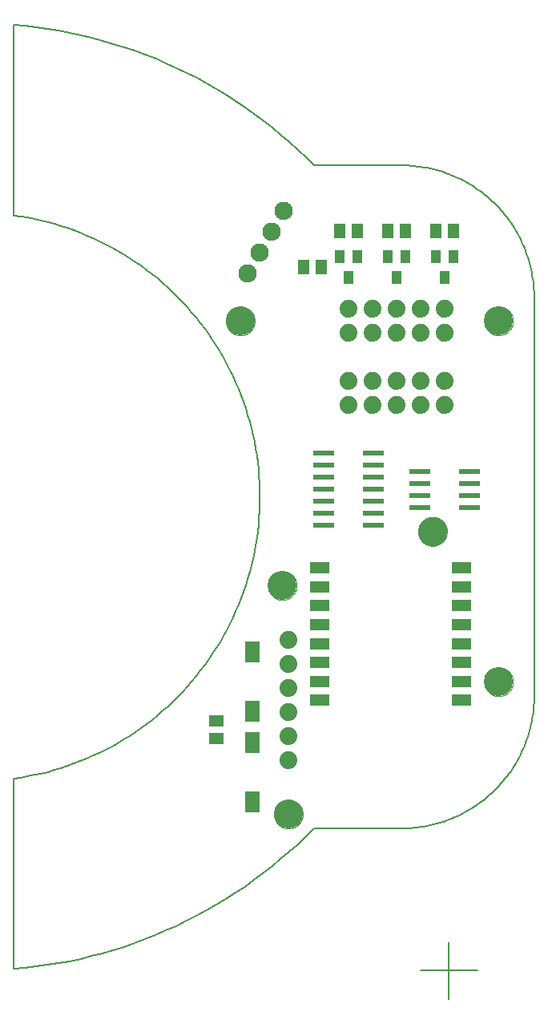
<source format=gts>
G75*
%MOIN*%
%OFA0B0*%
%FSLAX25Y25*%
%IPPOS*%
%LPD*%
%AMOC8*
5,1,8,0,0,1.08239X$1,22.5*
%
%ADD10C,0.00600*%
%ADD11C,0.00000*%
%ADD12C,0.12000*%
%ADD13C,0.07400*%
%ADD14R,0.03937X0.05512*%
%ADD15R,0.05118X0.05906*%
%ADD16R,0.08661X0.02362*%
%ADD17C,0.07600*%
%ADD18R,0.07874X0.04724*%
%ADD19R,0.06299X0.09055*%
%ADD20R,0.05906X0.05118*%
D10*
X0001300Y0013742D02*
X0001300Y0092906D01*
X0001300Y0013742D02*
X0005974Y0014173D01*
X0010636Y0014716D01*
X0015284Y0015369D01*
X0019914Y0016133D01*
X0024526Y0017008D01*
X0029115Y0017992D01*
X0033680Y0019085D01*
X0038217Y0020287D01*
X0042724Y0021596D01*
X0047198Y0023013D01*
X0051638Y0024536D01*
X0056040Y0026164D01*
X0060402Y0027897D01*
X0064721Y0029733D01*
X0068996Y0031672D01*
X0073223Y0033712D01*
X0077400Y0035852D01*
X0081525Y0038091D01*
X0085595Y0040428D01*
X0089609Y0042862D01*
X0093563Y0045390D01*
X0097456Y0048012D01*
X0101285Y0050726D01*
X0105049Y0053531D01*
X0108744Y0056424D01*
X0112370Y0059405D01*
X0115923Y0062471D01*
X0119403Y0065621D01*
X0122806Y0068854D01*
X0126131Y0072166D01*
X0162717Y0072166D01*
X0182402Y0024922D02*
X0182402Y0001300D01*
X0170591Y0013111D02*
X0194213Y0013111D01*
X0217835Y0127284D02*
X0217835Y0292639D01*
X0217819Y0293971D01*
X0217771Y0295302D01*
X0217690Y0296631D01*
X0217578Y0297959D01*
X0217433Y0299283D01*
X0217257Y0300603D01*
X0217048Y0301919D01*
X0216808Y0303229D01*
X0216536Y0304533D01*
X0216233Y0305830D01*
X0215899Y0307119D01*
X0215534Y0308400D01*
X0215137Y0309671D01*
X0214710Y0310933D01*
X0214253Y0312184D01*
X0213766Y0313424D01*
X0213249Y0314651D01*
X0212702Y0315866D01*
X0212126Y0317067D01*
X0211522Y0318254D01*
X0210888Y0319425D01*
X0210227Y0320582D01*
X0209538Y0321721D01*
X0208822Y0322844D01*
X0208078Y0323950D01*
X0207308Y0325037D01*
X0206513Y0326105D01*
X0205691Y0327153D01*
X0204845Y0328181D01*
X0203973Y0329189D01*
X0203078Y0330175D01*
X0202159Y0331140D01*
X0201218Y0332081D01*
X0200253Y0333000D01*
X0199267Y0333895D01*
X0198259Y0334767D01*
X0197231Y0335613D01*
X0196183Y0336435D01*
X0195115Y0337230D01*
X0194028Y0338000D01*
X0192922Y0338744D01*
X0191799Y0339460D01*
X0190660Y0340149D01*
X0189503Y0340810D01*
X0188332Y0341444D01*
X0187145Y0342048D01*
X0185944Y0342624D01*
X0184729Y0343171D01*
X0183502Y0343688D01*
X0182262Y0344175D01*
X0181011Y0344632D01*
X0179749Y0345059D01*
X0178478Y0345456D01*
X0177197Y0345821D01*
X0175908Y0346155D01*
X0174611Y0346458D01*
X0173307Y0346730D01*
X0171997Y0346970D01*
X0170681Y0347179D01*
X0169361Y0347355D01*
X0168037Y0347500D01*
X0166709Y0347612D01*
X0165380Y0347693D01*
X0164049Y0347741D01*
X0162717Y0347757D01*
X0126131Y0347757D01*
X0217835Y0127284D02*
X0217819Y0125952D01*
X0217771Y0124621D01*
X0217690Y0123292D01*
X0217578Y0121964D01*
X0217433Y0120640D01*
X0217257Y0119320D01*
X0217048Y0118004D01*
X0216808Y0116694D01*
X0216536Y0115390D01*
X0216233Y0114093D01*
X0215899Y0112804D01*
X0215534Y0111523D01*
X0215137Y0110252D01*
X0214710Y0108990D01*
X0214253Y0107739D01*
X0213766Y0106499D01*
X0213249Y0105272D01*
X0212702Y0104057D01*
X0212126Y0102856D01*
X0211522Y0101669D01*
X0210888Y0100498D01*
X0210227Y0099341D01*
X0209538Y0098202D01*
X0208822Y0097079D01*
X0208078Y0095973D01*
X0207308Y0094886D01*
X0206513Y0093818D01*
X0205691Y0092770D01*
X0204845Y0091742D01*
X0203973Y0090734D01*
X0203078Y0089748D01*
X0202159Y0088783D01*
X0201218Y0087842D01*
X0200253Y0086923D01*
X0199267Y0086028D01*
X0198259Y0085156D01*
X0197231Y0084310D01*
X0196183Y0083488D01*
X0195115Y0082693D01*
X0194028Y0081923D01*
X0192922Y0081179D01*
X0191799Y0080463D01*
X0190660Y0079774D01*
X0189503Y0079113D01*
X0188332Y0078479D01*
X0187145Y0077875D01*
X0185944Y0077299D01*
X0184729Y0076752D01*
X0183502Y0076235D01*
X0182262Y0075748D01*
X0181011Y0075291D01*
X0179749Y0074864D01*
X0178478Y0074467D01*
X0177197Y0074102D01*
X0175908Y0073768D01*
X0174611Y0073465D01*
X0173307Y0073193D01*
X0171997Y0072953D01*
X0170681Y0072744D01*
X0169361Y0072568D01*
X0168037Y0072423D01*
X0166709Y0072311D01*
X0165380Y0072230D01*
X0164049Y0072182D01*
X0162717Y0072166D01*
X0001300Y0092906D02*
X0004146Y0093324D01*
X0006981Y0093811D01*
X0009804Y0094368D01*
X0012612Y0094993D01*
X0015404Y0095686D01*
X0018178Y0096447D01*
X0020933Y0097275D01*
X0023667Y0098170D01*
X0026378Y0099131D01*
X0029065Y0100159D01*
X0031727Y0101251D01*
X0034361Y0102408D01*
X0036965Y0103628D01*
X0039540Y0104912D01*
X0042082Y0106258D01*
X0044591Y0107666D01*
X0047065Y0109134D01*
X0049502Y0110662D01*
X0051902Y0112249D01*
X0054262Y0113894D01*
X0056581Y0115596D01*
X0058858Y0117353D01*
X0061092Y0119166D01*
X0063281Y0121033D01*
X0065424Y0122952D01*
X0067519Y0124923D01*
X0069566Y0126945D01*
X0071563Y0129016D01*
X0073509Y0131134D01*
X0075402Y0133300D01*
X0077243Y0135511D01*
X0079029Y0137766D01*
X0080759Y0140064D01*
X0082433Y0142404D01*
X0084050Y0144783D01*
X0085608Y0147201D01*
X0087107Y0149657D01*
X0088545Y0152148D01*
X0089923Y0154674D01*
X0091238Y0157232D01*
X0092491Y0159821D01*
X0093681Y0162441D01*
X0094806Y0165088D01*
X0095866Y0167763D01*
X0096861Y0170462D01*
X0097790Y0173184D01*
X0098653Y0175929D01*
X0099448Y0178693D01*
X0100176Y0181477D01*
X0100835Y0184277D01*
X0101427Y0187092D01*
X0101949Y0189921D01*
X0102403Y0192762D01*
X0102787Y0195612D01*
X0103102Y0198472D01*
X0103347Y0201338D01*
X0103522Y0204210D01*
X0103627Y0207084D01*
X0103662Y0209961D01*
X0103627Y0212838D01*
X0103522Y0215712D01*
X0103347Y0218584D01*
X0103102Y0221450D01*
X0102787Y0224310D01*
X0102403Y0227160D01*
X0101949Y0230001D01*
X0101427Y0232830D01*
X0100835Y0235645D01*
X0100176Y0238445D01*
X0099448Y0241229D01*
X0098653Y0243993D01*
X0097790Y0246738D01*
X0096861Y0249460D01*
X0095866Y0252159D01*
X0094806Y0254834D01*
X0093681Y0257481D01*
X0092491Y0260101D01*
X0091238Y0262690D01*
X0089923Y0265248D01*
X0088545Y0267774D01*
X0087107Y0270265D01*
X0085608Y0272721D01*
X0084050Y0275139D01*
X0082433Y0277518D01*
X0080759Y0279858D01*
X0079029Y0282156D01*
X0077243Y0284411D01*
X0075402Y0286622D01*
X0073509Y0288788D01*
X0071563Y0290906D01*
X0069566Y0292977D01*
X0067519Y0294999D01*
X0065424Y0296970D01*
X0063281Y0298889D01*
X0061092Y0300756D01*
X0058858Y0302569D01*
X0056581Y0304326D01*
X0054262Y0306028D01*
X0051902Y0307673D01*
X0049502Y0309260D01*
X0047065Y0310788D01*
X0044591Y0312256D01*
X0042082Y0313664D01*
X0039540Y0315010D01*
X0036965Y0316294D01*
X0034361Y0317514D01*
X0031727Y0318671D01*
X0029065Y0319763D01*
X0026378Y0320791D01*
X0023667Y0321752D01*
X0020933Y0322647D01*
X0018178Y0323475D01*
X0015404Y0324236D01*
X0012612Y0324929D01*
X0009804Y0325554D01*
X0006981Y0326111D01*
X0004146Y0326598D01*
X0001300Y0327016D01*
X0001300Y0327017D02*
X0001300Y0406220D01*
X0005974Y0405787D01*
X0010636Y0405244D01*
X0015285Y0404589D01*
X0019916Y0403823D01*
X0024528Y0402948D01*
X0029117Y0401962D01*
X0033682Y0400868D01*
X0038219Y0399665D01*
X0042726Y0398354D01*
X0047201Y0396936D01*
X0051641Y0395412D01*
X0056043Y0393782D01*
X0060405Y0392048D01*
X0064725Y0390210D01*
X0068999Y0388270D01*
X0073226Y0386229D01*
X0077403Y0384087D01*
X0081528Y0381847D01*
X0085598Y0379508D01*
X0089612Y0377074D01*
X0093566Y0374544D01*
X0097458Y0371921D01*
X0101288Y0369205D01*
X0105051Y0366400D01*
X0108746Y0363505D01*
X0112371Y0360523D01*
X0115924Y0357455D01*
X0119403Y0354304D01*
X0122806Y0351070D01*
X0126131Y0347756D01*
D11*
X0089552Y0283111D02*
X0089554Y0283265D01*
X0089560Y0283420D01*
X0089570Y0283574D01*
X0089584Y0283728D01*
X0089602Y0283881D01*
X0089623Y0284034D01*
X0089649Y0284187D01*
X0089679Y0284338D01*
X0089712Y0284489D01*
X0089750Y0284639D01*
X0089791Y0284788D01*
X0089836Y0284936D01*
X0089885Y0285082D01*
X0089938Y0285228D01*
X0089994Y0285371D01*
X0090054Y0285514D01*
X0090118Y0285654D01*
X0090185Y0285794D01*
X0090256Y0285931D01*
X0090330Y0286066D01*
X0090408Y0286200D01*
X0090489Y0286331D01*
X0090574Y0286460D01*
X0090662Y0286588D01*
X0090753Y0286712D01*
X0090847Y0286835D01*
X0090945Y0286955D01*
X0091045Y0287072D01*
X0091149Y0287187D01*
X0091255Y0287299D01*
X0091364Y0287408D01*
X0091476Y0287514D01*
X0091591Y0287618D01*
X0091708Y0287718D01*
X0091828Y0287816D01*
X0091951Y0287910D01*
X0092075Y0288001D01*
X0092203Y0288089D01*
X0092332Y0288174D01*
X0092463Y0288255D01*
X0092597Y0288333D01*
X0092732Y0288407D01*
X0092869Y0288478D01*
X0093009Y0288545D01*
X0093149Y0288609D01*
X0093292Y0288669D01*
X0093435Y0288725D01*
X0093581Y0288778D01*
X0093727Y0288827D01*
X0093875Y0288872D01*
X0094024Y0288913D01*
X0094174Y0288951D01*
X0094325Y0288984D01*
X0094476Y0289014D01*
X0094629Y0289040D01*
X0094782Y0289061D01*
X0094935Y0289079D01*
X0095089Y0289093D01*
X0095243Y0289103D01*
X0095398Y0289109D01*
X0095552Y0289111D01*
X0095706Y0289109D01*
X0095861Y0289103D01*
X0096015Y0289093D01*
X0096169Y0289079D01*
X0096322Y0289061D01*
X0096475Y0289040D01*
X0096628Y0289014D01*
X0096779Y0288984D01*
X0096930Y0288951D01*
X0097080Y0288913D01*
X0097229Y0288872D01*
X0097377Y0288827D01*
X0097523Y0288778D01*
X0097669Y0288725D01*
X0097812Y0288669D01*
X0097955Y0288609D01*
X0098095Y0288545D01*
X0098235Y0288478D01*
X0098372Y0288407D01*
X0098507Y0288333D01*
X0098641Y0288255D01*
X0098772Y0288174D01*
X0098901Y0288089D01*
X0099029Y0288001D01*
X0099153Y0287910D01*
X0099276Y0287816D01*
X0099396Y0287718D01*
X0099513Y0287618D01*
X0099628Y0287514D01*
X0099740Y0287408D01*
X0099849Y0287299D01*
X0099955Y0287187D01*
X0100059Y0287072D01*
X0100159Y0286955D01*
X0100257Y0286835D01*
X0100351Y0286712D01*
X0100442Y0286588D01*
X0100530Y0286460D01*
X0100615Y0286331D01*
X0100696Y0286200D01*
X0100774Y0286066D01*
X0100848Y0285931D01*
X0100919Y0285794D01*
X0100986Y0285654D01*
X0101050Y0285514D01*
X0101110Y0285371D01*
X0101166Y0285228D01*
X0101219Y0285082D01*
X0101268Y0284936D01*
X0101313Y0284788D01*
X0101354Y0284639D01*
X0101392Y0284489D01*
X0101425Y0284338D01*
X0101455Y0284187D01*
X0101481Y0284034D01*
X0101502Y0283881D01*
X0101520Y0283728D01*
X0101534Y0283574D01*
X0101544Y0283420D01*
X0101550Y0283265D01*
X0101552Y0283111D01*
X0101550Y0282957D01*
X0101544Y0282802D01*
X0101534Y0282648D01*
X0101520Y0282494D01*
X0101502Y0282341D01*
X0101481Y0282188D01*
X0101455Y0282035D01*
X0101425Y0281884D01*
X0101392Y0281733D01*
X0101354Y0281583D01*
X0101313Y0281434D01*
X0101268Y0281286D01*
X0101219Y0281140D01*
X0101166Y0280994D01*
X0101110Y0280851D01*
X0101050Y0280708D01*
X0100986Y0280568D01*
X0100919Y0280428D01*
X0100848Y0280291D01*
X0100774Y0280156D01*
X0100696Y0280022D01*
X0100615Y0279891D01*
X0100530Y0279762D01*
X0100442Y0279634D01*
X0100351Y0279510D01*
X0100257Y0279387D01*
X0100159Y0279267D01*
X0100059Y0279150D01*
X0099955Y0279035D01*
X0099849Y0278923D01*
X0099740Y0278814D01*
X0099628Y0278708D01*
X0099513Y0278604D01*
X0099396Y0278504D01*
X0099276Y0278406D01*
X0099153Y0278312D01*
X0099029Y0278221D01*
X0098901Y0278133D01*
X0098772Y0278048D01*
X0098641Y0277967D01*
X0098507Y0277889D01*
X0098372Y0277815D01*
X0098235Y0277744D01*
X0098095Y0277677D01*
X0097955Y0277613D01*
X0097812Y0277553D01*
X0097669Y0277497D01*
X0097523Y0277444D01*
X0097377Y0277395D01*
X0097229Y0277350D01*
X0097080Y0277309D01*
X0096930Y0277271D01*
X0096779Y0277238D01*
X0096628Y0277208D01*
X0096475Y0277182D01*
X0096322Y0277161D01*
X0096169Y0277143D01*
X0096015Y0277129D01*
X0095861Y0277119D01*
X0095706Y0277113D01*
X0095552Y0277111D01*
X0095398Y0277113D01*
X0095243Y0277119D01*
X0095089Y0277129D01*
X0094935Y0277143D01*
X0094782Y0277161D01*
X0094629Y0277182D01*
X0094476Y0277208D01*
X0094325Y0277238D01*
X0094174Y0277271D01*
X0094024Y0277309D01*
X0093875Y0277350D01*
X0093727Y0277395D01*
X0093581Y0277444D01*
X0093435Y0277497D01*
X0093292Y0277553D01*
X0093149Y0277613D01*
X0093009Y0277677D01*
X0092869Y0277744D01*
X0092732Y0277815D01*
X0092597Y0277889D01*
X0092463Y0277967D01*
X0092332Y0278048D01*
X0092203Y0278133D01*
X0092075Y0278221D01*
X0091951Y0278312D01*
X0091828Y0278406D01*
X0091708Y0278504D01*
X0091591Y0278604D01*
X0091476Y0278708D01*
X0091364Y0278814D01*
X0091255Y0278923D01*
X0091149Y0279035D01*
X0091045Y0279150D01*
X0090945Y0279267D01*
X0090847Y0279387D01*
X0090753Y0279510D01*
X0090662Y0279634D01*
X0090574Y0279762D01*
X0090489Y0279891D01*
X0090408Y0280022D01*
X0090330Y0280156D01*
X0090256Y0280291D01*
X0090185Y0280428D01*
X0090118Y0280568D01*
X0090054Y0280708D01*
X0089994Y0280851D01*
X0089938Y0280994D01*
X0089885Y0281140D01*
X0089836Y0281286D01*
X0089791Y0281434D01*
X0089750Y0281583D01*
X0089712Y0281733D01*
X0089679Y0281884D01*
X0089649Y0282035D01*
X0089623Y0282188D01*
X0089602Y0282341D01*
X0089584Y0282494D01*
X0089570Y0282648D01*
X0089560Y0282802D01*
X0089554Y0282957D01*
X0089552Y0283111D01*
X0107052Y0173111D02*
X0107054Y0173265D01*
X0107060Y0173420D01*
X0107070Y0173574D01*
X0107084Y0173728D01*
X0107102Y0173881D01*
X0107123Y0174034D01*
X0107149Y0174187D01*
X0107179Y0174338D01*
X0107212Y0174489D01*
X0107250Y0174639D01*
X0107291Y0174788D01*
X0107336Y0174936D01*
X0107385Y0175082D01*
X0107438Y0175228D01*
X0107494Y0175371D01*
X0107554Y0175514D01*
X0107618Y0175654D01*
X0107685Y0175794D01*
X0107756Y0175931D01*
X0107830Y0176066D01*
X0107908Y0176200D01*
X0107989Y0176331D01*
X0108074Y0176460D01*
X0108162Y0176588D01*
X0108253Y0176712D01*
X0108347Y0176835D01*
X0108445Y0176955D01*
X0108545Y0177072D01*
X0108649Y0177187D01*
X0108755Y0177299D01*
X0108864Y0177408D01*
X0108976Y0177514D01*
X0109091Y0177618D01*
X0109208Y0177718D01*
X0109328Y0177816D01*
X0109451Y0177910D01*
X0109575Y0178001D01*
X0109703Y0178089D01*
X0109832Y0178174D01*
X0109963Y0178255D01*
X0110097Y0178333D01*
X0110232Y0178407D01*
X0110369Y0178478D01*
X0110509Y0178545D01*
X0110649Y0178609D01*
X0110792Y0178669D01*
X0110935Y0178725D01*
X0111081Y0178778D01*
X0111227Y0178827D01*
X0111375Y0178872D01*
X0111524Y0178913D01*
X0111674Y0178951D01*
X0111825Y0178984D01*
X0111976Y0179014D01*
X0112129Y0179040D01*
X0112282Y0179061D01*
X0112435Y0179079D01*
X0112589Y0179093D01*
X0112743Y0179103D01*
X0112898Y0179109D01*
X0113052Y0179111D01*
X0113206Y0179109D01*
X0113361Y0179103D01*
X0113515Y0179093D01*
X0113669Y0179079D01*
X0113822Y0179061D01*
X0113975Y0179040D01*
X0114128Y0179014D01*
X0114279Y0178984D01*
X0114430Y0178951D01*
X0114580Y0178913D01*
X0114729Y0178872D01*
X0114877Y0178827D01*
X0115023Y0178778D01*
X0115169Y0178725D01*
X0115312Y0178669D01*
X0115455Y0178609D01*
X0115595Y0178545D01*
X0115735Y0178478D01*
X0115872Y0178407D01*
X0116007Y0178333D01*
X0116141Y0178255D01*
X0116272Y0178174D01*
X0116401Y0178089D01*
X0116529Y0178001D01*
X0116653Y0177910D01*
X0116776Y0177816D01*
X0116896Y0177718D01*
X0117013Y0177618D01*
X0117128Y0177514D01*
X0117240Y0177408D01*
X0117349Y0177299D01*
X0117455Y0177187D01*
X0117559Y0177072D01*
X0117659Y0176955D01*
X0117757Y0176835D01*
X0117851Y0176712D01*
X0117942Y0176588D01*
X0118030Y0176460D01*
X0118115Y0176331D01*
X0118196Y0176200D01*
X0118274Y0176066D01*
X0118348Y0175931D01*
X0118419Y0175794D01*
X0118486Y0175654D01*
X0118550Y0175514D01*
X0118610Y0175371D01*
X0118666Y0175228D01*
X0118719Y0175082D01*
X0118768Y0174936D01*
X0118813Y0174788D01*
X0118854Y0174639D01*
X0118892Y0174489D01*
X0118925Y0174338D01*
X0118955Y0174187D01*
X0118981Y0174034D01*
X0119002Y0173881D01*
X0119020Y0173728D01*
X0119034Y0173574D01*
X0119044Y0173420D01*
X0119050Y0173265D01*
X0119052Y0173111D01*
X0119050Y0172957D01*
X0119044Y0172802D01*
X0119034Y0172648D01*
X0119020Y0172494D01*
X0119002Y0172341D01*
X0118981Y0172188D01*
X0118955Y0172035D01*
X0118925Y0171884D01*
X0118892Y0171733D01*
X0118854Y0171583D01*
X0118813Y0171434D01*
X0118768Y0171286D01*
X0118719Y0171140D01*
X0118666Y0170994D01*
X0118610Y0170851D01*
X0118550Y0170708D01*
X0118486Y0170568D01*
X0118419Y0170428D01*
X0118348Y0170291D01*
X0118274Y0170156D01*
X0118196Y0170022D01*
X0118115Y0169891D01*
X0118030Y0169762D01*
X0117942Y0169634D01*
X0117851Y0169510D01*
X0117757Y0169387D01*
X0117659Y0169267D01*
X0117559Y0169150D01*
X0117455Y0169035D01*
X0117349Y0168923D01*
X0117240Y0168814D01*
X0117128Y0168708D01*
X0117013Y0168604D01*
X0116896Y0168504D01*
X0116776Y0168406D01*
X0116653Y0168312D01*
X0116529Y0168221D01*
X0116401Y0168133D01*
X0116272Y0168048D01*
X0116141Y0167967D01*
X0116007Y0167889D01*
X0115872Y0167815D01*
X0115735Y0167744D01*
X0115595Y0167677D01*
X0115455Y0167613D01*
X0115312Y0167553D01*
X0115169Y0167497D01*
X0115023Y0167444D01*
X0114877Y0167395D01*
X0114729Y0167350D01*
X0114580Y0167309D01*
X0114430Y0167271D01*
X0114279Y0167238D01*
X0114128Y0167208D01*
X0113975Y0167182D01*
X0113822Y0167161D01*
X0113669Y0167143D01*
X0113515Y0167129D01*
X0113361Y0167119D01*
X0113206Y0167113D01*
X0113052Y0167111D01*
X0112898Y0167113D01*
X0112743Y0167119D01*
X0112589Y0167129D01*
X0112435Y0167143D01*
X0112282Y0167161D01*
X0112129Y0167182D01*
X0111976Y0167208D01*
X0111825Y0167238D01*
X0111674Y0167271D01*
X0111524Y0167309D01*
X0111375Y0167350D01*
X0111227Y0167395D01*
X0111081Y0167444D01*
X0110935Y0167497D01*
X0110792Y0167553D01*
X0110649Y0167613D01*
X0110509Y0167677D01*
X0110369Y0167744D01*
X0110232Y0167815D01*
X0110097Y0167889D01*
X0109963Y0167967D01*
X0109832Y0168048D01*
X0109703Y0168133D01*
X0109575Y0168221D01*
X0109451Y0168312D01*
X0109328Y0168406D01*
X0109208Y0168504D01*
X0109091Y0168604D01*
X0108976Y0168708D01*
X0108864Y0168814D01*
X0108755Y0168923D01*
X0108649Y0169035D01*
X0108545Y0169150D01*
X0108445Y0169267D01*
X0108347Y0169387D01*
X0108253Y0169510D01*
X0108162Y0169634D01*
X0108074Y0169762D01*
X0107989Y0169891D01*
X0107908Y0170022D01*
X0107830Y0170156D01*
X0107756Y0170291D01*
X0107685Y0170428D01*
X0107618Y0170568D01*
X0107554Y0170708D01*
X0107494Y0170851D01*
X0107438Y0170994D01*
X0107385Y0171140D01*
X0107336Y0171286D01*
X0107291Y0171434D01*
X0107250Y0171583D01*
X0107212Y0171733D01*
X0107179Y0171884D01*
X0107149Y0172035D01*
X0107123Y0172188D01*
X0107102Y0172341D01*
X0107084Y0172494D01*
X0107070Y0172648D01*
X0107060Y0172802D01*
X0107054Y0172957D01*
X0107052Y0173111D01*
X0109552Y0078111D02*
X0109554Y0078265D01*
X0109560Y0078420D01*
X0109570Y0078574D01*
X0109584Y0078728D01*
X0109602Y0078881D01*
X0109623Y0079034D01*
X0109649Y0079187D01*
X0109679Y0079338D01*
X0109712Y0079489D01*
X0109750Y0079639D01*
X0109791Y0079788D01*
X0109836Y0079936D01*
X0109885Y0080082D01*
X0109938Y0080228D01*
X0109994Y0080371D01*
X0110054Y0080514D01*
X0110118Y0080654D01*
X0110185Y0080794D01*
X0110256Y0080931D01*
X0110330Y0081066D01*
X0110408Y0081200D01*
X0110489Y0081331D01*
X0110574Y0081460D01*
X0110662Y0081588D01*
X0110753Y0081712D01*
X0110847Y0081835D01*
X0110945Y0081955D01*
X0111045Y0082072D01*
X0111149Y0082187D01*
X0111255Y0082299D01*
X0111364Y0082408D01*
X0111476Y0082514D01*
X0111591Y0082618D01*
X0111708Y0082718D01*
X0111828Y0082816D01*
X0111951Y0082910D01*
X0112075Y0083001D01*
X0112203Y0083089D01*
X0112332Y0083174D01*
X0112463Y0083255D01*
X0112597Y0083333D01*
X0112732Y0083407D01*
X0112869Y0083478D01*
X0113009Y0083545D01*
X0113149Y0083609D01*
X0113292Y0083669D01*
X0113435Y0083725D01*
X0113581Y0083778D01*
X0113727Y0083827D01*
X0113875Y0083872D01*
X0114024Y0083913D01*
X0114174Y0083951D01*
X0114325Y0083984D01*
X0114476Y0084014D01*
X0114629Y0084040D01*
X0114782Y0084061D01*
X0114935Y0084079D01*
X0115089Y0084093D01*
X0115243Y0084103D01*
X0115398Y0084109D01*
X0115552Y0084111D01*
X0115706Y0084109D01*
X0115861Y0084103D01*
X0116015Y0084093D01*
X0116169Y0084079D01*
X0116322Y0084061D01*
X0116475Y0084040D01*
X0116628Y0084014D01*
X0116779Y0083984D01*
X0116930Y0083951D01*
X0117080Y0083913D01*
X0117229Y0083872D01*
X0117377Y0083827D01*
X0117523Y0083778D01*
X0117669Y0083725D01*
X0117812Y0083669D01*
X0117955Y0083609D01*
X0118095Y0083545D01*
X0118235Y0083478D01*
X0118372Y0083407D01*
X0118507Y0083333D01*
X0118641Y0083255D01*
X0118772Y0083174D01*
X0118901Y0083089D01*
X0119029Y0083001D01*
X0119153Y0082910D01*
X0119276Y0082816D01*
X0119396Y0082718D01*
X0119513Y0082618D01*
X0119628Y0082514D01*
X0119740Y0082408D01*
X0119849Y0082299D01*
X0119955Y0082187D01*
X0120059Y0082072D01*
X0120159Y0081955D01*
X0120257Y0081835D01*
X0120351Y0081712D01*
X0120442Y0081588D01*
X0120530Y0081460D01*
X0120615Y0081331D01*
X0120696Y0081200D01*
X0120774Y0081066D01*
X0120848Y0080931D01*
X0120919Y0080794D01*
X0120986Y0080654D01*
X0121050Y0080514D01*
X0121110Y0080371D01*
X0121166Y0080228D01*
X0121219Y0080082D01*
X0121268Y0079936D01*
X0121313Y0079788D01*
X0121354Y0079639D01*
X0121392Y0079489D01*
X0121425Y0079338D01*
X0121455Y0079187D01*
X0121481Y0079034D01*
X0121502Y0078881D01*
X0121520Y0078728D01*
X0121534Y0078574D01*
X0121544Y0078420D01*
X0121550Y0078265D01*
X0121552Y0078111D01*
X0121550Y0077957D01*
X0121544Y0077802D01*
X0121534Y0077648D01*
X0121520Y0077494D01*
X0121502Y0077341D01*
X0121481Y0077188D01*
X0121455Y0077035D01*
X0121425Y0076884D01*
X0121392Y0076733D01*
X0121354Y0076583D01*
X0121313Y0076434D01*
X0121268Y0076286D01*
X0121219Y0076140D01*
X0121166Y0075994D01*
X0121110Y0075851D01*
X0121050Y0075708D01*
X0120986Y0075568D01*
X0120919Y0075428D01*
X0120848Y0075291D01*
X0120774Y0075156D01*
X0120696Y0075022D01*
X0120615Y0074891D01*
X0120530Y0074762D01*
X0120442Y0074634D01*
X0120351Y0074510D01*
X0120257Y0074387D01*
X0120159Y0074267D01*
X0120059Y0074150D01*
X0119955Y0074035D01*
X0119849Y0073923D01*
X0119740Y0073814D01*
X0119628Y0073708D01*
X0119513Y0073604D01*
X0119396Y0073504D01*
X0119276Y0073406D01*
X0119153Y0073312D01*
X0119029Y0073221D01*
X0118901Y0073133D01*
X0118772Y0073048D01*
X0118641Y0072967D01*
X0118507Y0072889D01*
X0118372Y0072815D01*
X0118235Y0072744D01*
X0118095Y0072677D01*
X0117955Y0072613D01*
X0117812Y0072553D01*
X0117669Y0072497D01*
X0117523Y0072444D01*
X0117377Y0072395D01*
X0117229Y0072350D01*
X0117080Y0072309D01*
X0116930Y0072271D01*
X0116779Y0072238D01*
X0116628Y0072208D01*
X0116475Y0072182D01*
X0116322Y0072161D01*
X0116169Y0072143D01*
X0116015Y0072129D01*
X0115861Y0072119D01*
X0115706Y0072113D01*
X0115552Y0072111D01*
X0115398Y0072113D01*
X0115243Y0072119D01*
X0115089Y0072129D01*
X0114935Y0072143D01*
X0114782Y0072161D01*
X0114629Y0072182D01*
X0114476Y0072208D01*
X0114325Y0072238D01*
X0114174Y0072271D01*
X0114024Y0072309D01*
X0113875Y0072350D01*
X0113727Y0072395D01*
X0113581Y0072444D01*
X0113435Y0072497D01*
X0113292Y0072553D01*
X0113149Y0072613D01*
X0113009Y0072677D01*
X0112869Y0072744D01*
X0112732Y0072815D01*
X0112597Y0072889D01*
X0112463Y0072967D01*
X0112332Y0073048D01*
X0112203Y0073133D01*
X0112075Y0073221D01*
X0111951Y0073312D01*
X0111828Y0073406D01*
X0111708Y0073504D01*
X0111591Y0073604D01*
X0111476Y0073708D01*
X0111364Y0073814D01*
X0111255Y0073923D01*
X0111149Y0074035D01*
X0111045Y0074150D01*
X0110945Y0074267D01*
X0110847Y0074387D01*
X0110753Y0074510D01*
X0110662Y0074634D01*
X0110574Y0074762D01*
X0110489Y0074891D01*
X0110408Y0075022D01*
X0110330Y0075156D01*
X0110256Y0075291D01*
X0110185Y0075428D01*
X0110118Y0075568D01*
X0110054Y0075708D01*
X0109994Y0075851D01*
X0109938Y0075994D01*
X0109885Y0076140D01*
X0109836Y0076286D01*
X0109791Y0076434D01*
X0109750Y0076583D01*
X0109712Y0076733D01*
X0109679Y0076884D01*
X0109649Y0077035D01*
X0109623Y0077188D01*
X0109602Y0077341D01*
X0109584Y0077494D01*
X0109570Y0077648D01*
X0109560Y0077802D01*
X0109554Y0077957D01*
X0109552Y0078111D01*
X0169552Y0195611D02*
X0169554Y0195765D01*
X0169560Y0195920D01*
X0169570Y0196074D01*
X0169584Y0196228D01*
X0169602Y0196381D01*
X0169623Y0196534D01*
X0169649Y0196687D01*
X0169679Y0196838D01*
X0169712Y0196989D01*
X0169750Y0197139D01*
X0169791Y0197288D01*
X0169836Y0197436D01*
X0169885Y0197582D01*
X0169938Y0197728D01*
X0169994Y0197871D01*
X0170054Y0198014D01*
X0170118Y0198154D01*
X0170185Y0198294D01*
X0170256Y0198431D01*
X0170330Y0198566D01*
X0170408Y0198700D01*
X0170489Y0198831D01*
X0170574Y0198960D01*
X0170662Y0199088D01*
X0170753Y0199212D01*
X0170847Y0199335D01*
X0170945Y0199455D01*
X0171045Y0199572D01*
X0171149Y0199687D01*
X0171255Y0199799D01*
X0171364Y0199908D01*
X0171476Y0200014D01*
X0171591Y0200118D01*
X0171708Y0200218D01*
X0171828Y0200316D01*
X0171951Y0200410D01*
X0172075Y0200501D01*
X0172203Y0200589D01*
X0172332Y0200674D01*
X0172463Y0200755D01*
X0172597Y0200833D01*
X0172732Y0200907D01*
X0172869Y0200978D01*
X0173009Y0201045D01*
X0173149Y0201109D01*
X0173292Y0201169D01*
X0173435Y0201225D01*
X0173581Y0201278D01*
X0173727Y0201327D01*
X0173875Y0201372D01*
X0174024Y0201413D01*
X0174174Y0201451D01*
X0174325Y0201484D01*
X0174476Y0201514D01*
X0174629Y0201540D01*
X0174782Y0201561D01*
X0174935Y0201579D01*
X0175089Y0201593D01*
X0175243Y0201603D01*
X0175398Y0201609D01*
X0175552Y0201611D01*
X0175706Y0201609D01*
X0175861Y0201603D01*
X0176015Y0201593D01*
X0176169Y0201579D01*
X0176322Y0201561D01*
X0176475Y0201540D01*
X0176628Y0201514D01*
X0176779Y0201484D01*
X0176930Y0201451D01*
X0177080Y0201413D01*
X0177229Y0201372D01*
X0177377Y0201327D01*
X0177523Y0201278D01*
X0177669Y0201225D01*
X0177812Y0201169D01*
X0177955Y0201109D01*
X0178095Y0201045D01*
X0178235Y0200978D01*
X0178372Y0200907D01*
X0178507Y0200833D01*
X0178641Y0200755D01*
X0178772Y0200674D01*
X0178901Y0200589D01*
X0179029Y0200501D01*
X0179153Y0200410D01*
X0179276Y0200316D01*
X0179396Y0200218D01*
X0179513Y0200118D01*
X0179628Y0200014D01*
X0179740Y0199908D01*
X0179849Y0199799D01*
X0179955Y0199687D01*
X0180059Y0199572D01*
X0180159Y0199455D01*
X0180257Y0199335D01*
X0180351Y0199212D01*
X0180442Y0199088D01*
X0180530Y0198960D01*
X0180615Y0198831D01*
X0180696Y0198700D01*
X0180774Y0198566D01*
X0180848Y0198431D01*
X0180919Y0198294D01*
X0180986Y0198154D01*
X0181050Y0198014D01*
X0181110Y0197871D01*
X0181166Y0197728D01*
X0181219Y0197582D01*
X0181268Y0197436D01*
X0181313Y0197288D01*
X0181354Y0197139D01*
X0181392Y0196989D01*
X0181425Y0196838D01*
X0181455Y0196687D01*
X0181481Y0196534D01*
X0181502Y0196381D01*
X0181520Y0196228D01*
X0181534Y0196074D01*
X0181544Y0195920D01*
X0181550Y0195765D01*
X0181552Y0195611D01*
X0181550Y0195457D01*
X0181544Y0195302D01*
X0181534Y0195148D01*
X0181520Y0194994D01*
X0181502Y0194841D01*
X0181481Y0194688D01*
X0181455Y0194535D01*
X0181425Y0194384D01*
X0181392Y0194233D01*
X0181354Y0194083D01*
X0181313Y0193934D01*
X0181268Y0193786D01*
X0181219Y0193640D01*
X0181166Y0193494D01*
X0181110Y0193351D01*
X0181050Y0193208D01*
X0180986Y0193068D01*
X0180919Y0192928D01*
X0180848Y0192791D01*
X0180774Y0192656D01*
X0180696Y0192522D01*
X0180615Y0192391D01*
X0180530Y0192262D01*
X0180442Y0192134D01*
X0180351Y0192010D01*
X0180257Y0191887D01*
X0180159Y0191767D01*
X0180059Y0191650D01*
X0179955Y0191535D01*
X0179849Y0191423D01*
X0179740Y0191314D01*
X0179628Y0191208D01*
X0179513Y0191104D01*
X0179396Y0191004D01*
X0179276Y0190906D01*
X0179153Y0190812D01*
X0179029Y0190721D01*
X0178901Y0190633D01*
X0178772Y0190548D01*
X0178641Y0190467D01*
X0178507Y0190389D01*
X0178372Y0190315D01*
X0178235Y0190244D01*
X0178095Y0190177D01*
X0177955Y0190113D01*
X0177812Y0190053D01*
X0177669Y0189997D01*
X0177523Y0189944D01*
X0177377Y0189895D01*
X0177229Y0189850D01*
X0177080Y0189809D01*
X0176930Y0189771D01*
X0176779Y0189738D01*
X0176628Y0189708D01*
X0176475Y0189682D01*
X0176322Y0189661D01*
X0176169Y0189643D01*
X0176015Y0189629D01*
X0175861Y0189619D01*
X0175706Y0189613D01*
X0175552Y0189611D01*
X0175398Y0189613D01*
X0175243Y0189619D01*
X0175089Y0189629D01*
X0174935Y0189643D01*
X0174782Y0189661D01*
X0174629Y0189682D01*
X0174476Y0189708D01*
X0174325Y0189738D01*
X0174174Y0189771D01*
X0174024Y0189809D01*
X0173875Y0189850D01*
X0173727Y0189895D01*
X0173581Y0189944D01*
X0173435Y0189997D01*
X0173292Y0190053D01*
X0173149Y0190113D01*
X0173009Y0190177D01*
X0172869Y0190244D01*
X0172732Y0190315D01*
X0172597Y0190389D01*
X0172463Y0190467D01*
X0172332Y0190548D01*
X0172203Y0190633D01*
X0172075Y0190721D01*
X0171951Y0190812D01*
X0171828Y0190906D01*
X0171708Y0191004D01*
X0171591Y0191104D01*
X0171476Y0191208D01*
X0171364Y0191314D01*
X0171255Y0191423D01*
X0171149Y0191535D01*
X0171045Y0191650D01*
X0170945Y0191767D01*
X0170847Y0191887D01*
X0170753Y0192010D01*
X0170662Y0192134D01*
X0170574Y0192262D01*
X0170489Y0192391D01*
X0170408Y0192522D01*
X0170330Y0192656D01*
X0170256Y0192791D01*
X0170185Y0192928D01*
X0170118Y0193068D01*
X0170054Y0193208D01*
X0169994Y0193351D01*
X0169938Y0193494D01*
X0169885Y0193640D01*
X0169836Y0193786D01*
X0169791Y0193934D01*
X0169750Y0194083D01*
X0169712Y0194233D01*
X0169679Y0194384D01*
X0169649Y0194535D01*
X0169623Y0194688D01*
X0169602Y0194841D01*
X0169584Y0194994D01*
X0169570Y0195148D01*
X0169560Y0195302D01*
X0169554Y0195457D01*
X0169552Y0195611D01*
X0197052Y0133111D02*
X0197054Y0133265D01*
X0197060Y0133420D01*
X0197070Y0133574D01*
X0197084Y0133728D01*
X0197102Y0133881D01*
X0197123Y0134034D01*
X0197149Y0134187D01*
X0197179Y0134338D01*
X0197212Y0134489D01*
X0197250Y0134639D01*
X0197291Y0134788D01*
X0197336Y0134936D01*
X0197385Y0135082D01*
X0197438Y0135228D01*
X0197494Y0135371D01*
X0197554Y0135514D01*
X0197618Y0135654D01*
X0197685Y0135794D01*
X0197756Y0135931D01*
X0197830Y0136066D01*
X0197908Y0136200D01*
X0197989Y0136331D01*
X0198074Y0136460D01*
X0198162Y0136588D01*
X0198253Y0136712D01*
X0198347Y0136835D01*
X0198445Y0136955D01*
X0198545Y0137072D01*
X0198649Y0137187D01*
X0198755Y0137299D01*
X0198864Y0137408D01*
X0198976Y0137514D01*
X0199091Y0137618D01*
X0199208Y0137718D01*
X0199328Y0137816D01*
X0199451Y0137910D01*
X0199575Y0138001D01*
X0199703Y0138089D01*
X0199832Y0138174D01*
X0199963Y0138255D01*
X0200097Y0138333D01*
X0200232Y0138407D01*
X0200369Y0138478D01*
X0200509Y0138545D01*
X0200649Y0138609D01*
X0200792Y0138669D01*
X0200935Y0138725D01*
X0201081Y0138778D01*
X0201227Y0138827D01*
X0201375Y0138872D01*
X0201524Y0138913D01*
X0201674Y0138951D01*
X0201825Y0138984D01*
X0201976Y0139014D01*
X0202129Y0139040D01*
X0202282Y0139061D01*
X0202435Y0139079D01*
X0202589Y0139093D01*
X0202743Y0139103D01*
X0202898Y0139109D01*
X0203052Y0139111D01*
X0203206Y0139109D01*
X0203361Y0139103D01*
X0203515Y0139093D01*
X0203669Y0139079D01*
X0203822Y0139061D01*
X0203975Y0139040D01*
X0204128Y0139014D01*
X0204279Y0138984D01*
X0204430Y0138951D01*
X0204580Y0138913D01*
X0204729Y0138872D01*
X0204877Y0138827D01*
X0205023Y0138778D01*
X0205169Y0138725D01*
X0205312Y0138669D01*
X0205455Y0138609D01*
X0205595Y0138545D01*
X0205735Y0138478D01*
X0205872Y0138407D01*
X0206007Y0138333D01*
X0206141Y0138255D01*
X0206272Y0138174D01*
X0206401Y0138089D01*
X0206529Y0138001D01*
X0206653Y0137910D01*
X0206776Y0137816D01*
X0206896Y0137718D01*
X0207013Y0137618D01*
X0207128Y0137514D01*
X0207240Y0137408D01*
X0207349Y0137299D01*
X0207455Y0137187D01*
X0207559Y0137072D01*
X0207659Y0136955D01*
X0207757Y0136835D01*
X0207851Y0136712D01*
X0207942Y0136588D01*
X0208030Y0136460D01*
X0208115Y0136331D01*
X0208196Y0136200D01*
X0208274Y0136066D01*
X0208348Y0135931D01*
X0208419Y0135794D01*
X0208486Y0135654D01*
X0208550Y0135514D01*
X0208610Y0135371D01*
X0208666Y0135228D01*
X0208719Y0135082D01*
X0208768Y0134936D01*
X0208813Y0134788D01*
X0208854Y0134639D01*
X0208892Y0134489D01*
X0208925Y0134338D01*
X0208955Y0134187D01*
X0208981Y0134034D01*
X0209002Y0133881D01*
X0209020Y0133728D01*
X0209034Y0133574D01*
X0209044Y0133420D01*
X0209050Y0133265D01*
X0209052Y0133111D01*
X0209050Y0132957D01*
X0209044Y0132802D01*
X0209034Y0132648D01*
X0209020Y0132494D01*
X0209002Y0132341D01*
X0208981Y0132188D01*
X0208955Y0132035D01*
X0208925Y0131884D01*
X0208892Y0131733D01*
X0208854Y0131583D01*
X0208813Y0131434D01*
X0208768Y0131286D01*
X0208719Y0131140D01*
X0208666Y0130994D01*
X0208610Y0130851D01*
X0208550Y0130708D01*
X0208486Y0130568D01*
X0208419Y0130428D01*
X0208348Y0130291D01*
X0208274Y0130156D01*
X0208196Y0130022D01*
X0208115Y0129891D01*
X0208030Y0129762D01*
X0207942Y0129634D01*
X0207851Y0129510D01*
X0207757Y0129387D01*
X0207659Y0129267D01*
X0207559Y0129150D01*
X0207455Y0129035D01*
X0207349Y0128923D01*
X0207240Y0128814D01*
X0207128Y0128708D01*
X0207013Y0128604D01*
X0206896Y0128504D01*
X0206776Y0128406D01*
X0206653Y0128312D01*
X0206529Y0128221D01*
X0206401Y0128133D01*
X0206272Y0128048D01*
X0206141Y0127967D01*
X0206007Y0127889D01*
X0205872Y0127815D01*
X0205735Y0127744D01*
X0205595Y0127677D01*
X0205455Y0127613D01*
X0205312Y0127553D01*
X0205169Y0127497D01*
X0205023Y0127444D01*
X0204877Y0127395D01*
X0204729Y0127350D01*
X0204580Y0127309D01*
X0204430Y0127271D01*
X0204279Y0127238D01*
X0204128Y0127208D01*
X0203975Y0127182D01*
X0203822Y0127161D01*
X0203669Y0127143D01*
X0203515Y0127129D01*
X0203361Y0127119D01*
X0203206Y0127113D01*
X0203052Y0127111D01*
X0202898Y0127113D01*
X0202743Y0127119D01*
X0202589Y0127129D01*
X0202435Y0127143D01*
X0202282Y0127161D01*
X0202129Y0127182D01*
X0201976Y0127208D01*
X0201825Y0127238D01*
X0201674Y0127271D01*
X0201524Y0127309D01*
X0201375Y0127350D01*
X0201227Y0127395D01*
X0201081Y0127444D01*
X0200935Y0127497D01*
X0200792Y0127553D01*
X0200649Y0127613D01*
X0200509Y0127677D01*
X0200369Y0127744D01*
X0200232Y0127815D01*
X0200097Y0127889D01*
X0199963Y0127967D01*
X0199832Y0128048D01*
X0199703Y0128133D01*
X0199575Y0128221D01*
X0199451Y0128312D01*
X0199328Y0128406D01*
X0199208Y0128504D01*
X0199091Y0128604D01*
X0198976Y0128708D01*
X0198864Y0128814D01*
X0198755Y0128923D01*
X0198649Y0129035D01*
X0198545Y0129150D01*
X0198445Y0129267D01*
X0198347Y0129387D01*
X0198253Y0129510D01*
X0198162Y0129634D01*
X0198074Y0129762D01*
X0197989Y0129891D01*
X0197908Y0130022D01*
X0197830Y0130156D01*
X0197756Y0130291D01*
X0197685Y0130428D01*
X0197618Y0130568D01*
X0197554Y0130708D01*
X0197494Y0130851D01*
X0197438Y0130994D01*
X0197385Y0131140D01*
X0197336Y0131286D01*
X0197291Y0131434D01*
X0197250Y0131583D01*
X0197212Y0131733D01*
X0197179Y0131884D01*
X0197149Y0132035D01*
X0197123Y0132188D01*
X0197102Y0132341D01*
X0197084Y0132494D01*
X0197070Y0132648D01*
X0197060Y0132802D01*
X0197054Y0132957D01*
X0197052Y0133111D01*
X0197052Y0283111D02*
X0197054Y0283265D01*
X0197060Y0283420D01*
X0197070Y0283574D01*
X0197084Y0283728D01*
X0197102Y0283881D01*
X0197123Y0284034D01*
X0197149Y0284187D01*
X0197179Y0284338D01*
X0197212Y0284489D01*
X0197250Y0284639D01*
X0197291Y0284788D01*
X0197336Y0284936D01*
X0197385Y0285082D01*
X0197438Y0285228D01*
X0197494Y0285371D01*
X0197554Y0285514D01*
X0197618Y0285654D01*
X0197685Y0285794D01*
X0197756Y0285931D01*
X0197830Y0286066D01*
X0197908Y0286200D01*
X0197989Y0286331D01*
X0198074Y0286460D01*
X0198162Y0286588D01*
X0198253Y0286712D01*
X0198347Y0286835D01*
X0198445Y0286955D01*
X0198545Y0287072D01*
X0198649Y0287187D01*
X0198755Y0287299D01*
X0198864Y0287408D01*
X0198976Y0287514D01*
X0199091Y0287618D01*
X0199208Y0287718D01*
X0199328Y0287816D01*
X0199451Y0287910D01*
X0199575Y0288001D01*
X0199703Y0288089D01*
X0199832Y0288174D01*
X0199963Y0288255D01*
X0200097Y0288333D01*
X0200232Y0288407D01*
X0200369Y0288478D01*
X0200509Y0288545D01*
X0200649Y0288609D01*
X0200792Y0288669D01*
X0200935Y0288725D01*
X0201081Y0288778D01*
X0201227Y0288827D01*
X0201375Y0288872D01*
X0201524Y0288913D01*
X0201674Y0288951D01*
X0201825Y0288984D01*
X0201976Y0289014D01*
X0202129Y0289040D01*
X0202282Y0289061D01*
X0202435Y0289079D01*
X0202589Y0289093D01*
X0202743Y0289103D01*
X0202898Y0289109D01*
X0203052Y0289111D01*
X0203206Y0289109D01*
X0203361Y0289103D01*
X0203515Y0289093D01*
X0203669Y0289079D01*
X0203822Y0289061D01*
X0203975Y0289040D01*
X0204128Y0289014D01*
X0204279Y0288984D01*
X0204430Y0288951D01*
X0204580Y0288913D01*
X0204729Y0288872D01*
X0204877Y0288827D01*
X0205023Y0288778D01*
X0205169Y0288725D01*
X0205312Y0288669D01*
X0205455Y0288609D01*
X0205595Y0288545D01*
X0205735Y0288478D01*
X0205872Y0288407D01*
X0206007Y0288333D01*
X0206141Y0288255D01*
X0206272Y0288174D01*
X0206401Y0288089D01*
X0206529Y0288001D01*
X0206653Y0287910D01*
X0206776Y0287816D01*
X0206896Y0287718D01*
X0207013Y0287618D01*
X0207128Y0287514D01*
X0207240Y0287408D01*
X0207349Y0287299D01*
X0207455Y0287187D01*
X0207559Y0287072D01*
X0207659Y0286955D01*
X0207757Y0286835D01*
X0207851Y0286712D01*
X0207942Y0286588D01*
X0208030Y0286460D01*
X0208115Y0286331D01*
X0208196Y0286200D01*
X0208274Y0286066D01*
X0208348Y0285931D01*
X0208419Y0285794D01*
X0208486Y0285654D01*
X0208550Y0285514D01*
X0208610Y0285371D01*
X0208666Y0285228D01*
X0208719Y0285082D01*
X0208768Y0284936D01*
X0208813Y0284788D01*
X0208854Y0284639D01*
X0208892Y0284489D01*
X0208925Y0284338D01*
X0208955Y0284187D01*
X0208981Y0284034D01*
X0209002Y0283881D01*
X0209020Y0283728D01*
X0209034Y0283574D01*
X0209044Y0283420D01*
X0209050Y0283265D01*
X0209052Y0283111D01*
X0209050Y0282957D01*
X0209044Y0282802D01*
X0209034Y0282648D01*
X0209020Y0282494D01*
X0209002Y0282341D01*
X0208981Y0282188D01*
X0208955Y0282035D01*
X0208925Y0281884D01*
X0208892Y0281733D01*
X0208854Y0281583D01*
X0208813Y0281434D01*
X0208768Y0281286D01*
X0208719Y0281140D01*
X0208666Y0280994D01*
X0208610Y0280851D01*
X0208550Y0280708D01*
X0208486Y0280568D01*
X0208419Y0280428D01*
X0208348Y0280291D01*
X0208274Y0280156D01*
X0208196Y0280022D01*
X0208115Y0279891D01*
X0208030Y0279762D01*
X0207942Y0279634D01*
X0207851Y0279510D01*
X0207757Y0279387D01*
X0207659Y0279267D01*
X0207559Y0279150D01*
X0207455Y0279035D01*
X0207349Y0278923D01*
X0207240Y0278814D01*
X0207128Y0278708D01*
X0207013Y0278604D01*
X0206896Y0278504D01*
X0206776Y0278406D01*
X0206653Y0278312D01*
X0206529Y0278221D01*
X0206401Y0278133D01*
X0206272Y0278048D01*
X0206141Y0277967D01*
X0206007Y0277889D01*
X0205872Y0277815D01*
X0205735Y0277744D01*
X0205595Y0277677D01*
X0205455Y0277613D01*
X0205312Y0277553D01*
X0205169Y0277497D01*
X0205023Y0277444D01*
X0204877Y0277395D01*
X0204729Y0277350D01*
X0204580Y0277309D01*
X0204430Y0277271D01*
X0204279Y0277238D01*
X0204128Y0277208D01*
X0203975Y0277182D01*
X0203822Y0277161D01*
X0203669Y0277143D01*
X0203515Y0277129D01*
X0203361Y0277119D01*
X0203206Y0277113D01*
X0203052Y0277111D01*
X0202898Y0277113D01*
X0202743Y0277119D01*
X0202589Y0277129D01*
X0202435Y0277143D01*
X0202282Y0277161D01*
X0202129Y0277182D01*
X0201976Y0277208D01*
X0201825Y0277238D01*
X0201674Y0277271D01*
X0201524Y0277309D01*
X0201375Y0277350D01*
X0201227Y0277395D01*
X0201081Y0277444D01*
X0200935Y0277497D01*
X0200792Y0277553D01*
X0200649Y0277613D01*
X0200509Y0277677D01*
X0200369Y0277744D01*
X0200232Y0277815D01*
X0200097Y0277889D01*
X0199963Y0277967D01*
X0199832Y0278048D01*
X0199703Y0278133D01*
X0199575Y0278221D01*
X0199451Y0278312D01*
X0199328Y0278406D01*
X0199208Y0278504D01*
X0199091Y0278604D01*
X0198976Y0278708D01*
X0198864Y0278814D01*
X0198755Y0278923D01*
X0198649Y0279035D01*
X0198545Y0279150D01*
X0198445Y0279267D01*
X0198347Y0279387D01*
X0198253Y0279510D01*
X0198162Y0279634D01*
X0198074Y0279762D01*
X0197989Y0279891D01*
X0197908Y0280022D01*
X0197830Y0280156D01*
X0197756Y0280291D01*
X0197685Y0280428D01*
X0197618Y0280568D01*
X0197554Y0280708D01*
X0197494Y0280851D01*
X0197438Y0280994D01*
X0197385Y0281140D01*
X0197336Y0281286D01*
X0197291Y0281434D01*
X0197250Y0281583D01*
X0197212Y0281733D01*
X0197179Y0281884D01*
X0197149Y0282035D01*
X0197123Y0282188D01*
X0197102Y0282341D01*
X0197084Y0282494D01*
X0197070Y0282648D01*
X0197060Y0282802D01*
X0197054Y0282957D01*
X0197052Y0283111D01*
D12*
X0203052Y0283111D03*
X0175552Y0195611D03*
X0203052Y0133111D03*
X0115552Y0078111D03*
X0113052Y0173111D03*
X0095552Y0283111D03*
D13*
X0140552Y0278111D03*
X0140552Y0288111D03*
X0150552Y0288111D03*
X0150552Y0278111D03*
X0160552Y0278111D03*
X0160552Y0288111D03*
X0170552Y0288111D03*
X0170552Y0278111D03*
X0180552Y0278111D03*
X0180552Y0288111D03*
X0180552Y0258111D03*
X0180552Y0248111D03*
X0170552Y0248111D03*
X0170552Y0258111D03*
X0160552Y0258111D03*
X0160552Y0248111D03*
X0150552Y0248111D03*
X0150552Y0258111D03*
X0140552Y0258111D03*
X0140552Y0248111D03*
X0115552Y0150611D03*
X0115552Y0140611D03*
X0115552Y0130611D03*
X0115552Y0120611D03*
X0115552Y0110611D03*
X0115552Y0100611D03*
D14*
X0140552Y0301280D03*
X0144292Y0309942D03*
X0136812Y0309942D03*
X0156812Y0309942D03*
X0164292Y0309942D03*
X0160552Y0301280D03*
X0176812Y0309942D03*
X0184292Y0309942D03*
X0180552Y0301280D03*
D15*
X0184292Y0320611D03*
X0176812Y0320611D03*
X0164292Y0320611D03*
X0156812Y0320611D03*
X0144292Y0320611D03*
X0136812Y0320611D03*
X0129292Y0305611D03*
X0121812Y0305611D03*
D16*
X0130316Y0228111D03*
X0130316Y0223111D03*
X0130316Y0218111D03*
X0130316Y0213111D03*
X0130316Y0208111D03*
X0130316Y0203111D03*
X0130316Y0198111D03*
X0150788Y0198111D03*
X0150788Y0203111D03*
X0150788Y0208111D03*
X0150788Y0213111D03*
X0150788Y0218111D03*
X0150788Y0223111D03*
X0150788Y0228111D03*
X0170316Y0220611D03*
X0170316Y0215611D03*
X0170316Y0210611D03*
X0170316Y0205611D03*
X0190788Y0205611D03*
X0190788Y0210611D03*
X0190788Y0215611D03*
X0190788Y0220611D03*
D17*
X0113722Y0328781D03*
X0108722Y0320121D03*
X0103722Y0311460D03*
X0098722Y0302800D03*
D18*
X0128524Y0180513D03*
X0128524Y0172639D03*
X0128524Y0164765D03*
X0128524Y0156891D03*
X0128524Y0149017D03*
X0128524Y0141143D03*
X0128524Y0133269D03*
X0128524Y0125394D03*
X0187580Y0125394D03*
X0187580Y0133269D03*
X0187580Y0141143D03*
X0187580Y0149017D03*
X0187580Y0156891D03*
X0187580Y0164765D03*
X0187580Y0172639D03*
X0187580Y0180513D03*
D19*
X0100552Y0145513D03*
X0100552Y0120709D03*
X0100552Y0108013D03*
X0100552Y0083209D03*
D20*
X0085552Y0109371D03*
X0085552Y0116851D03*
M02*

</source>
